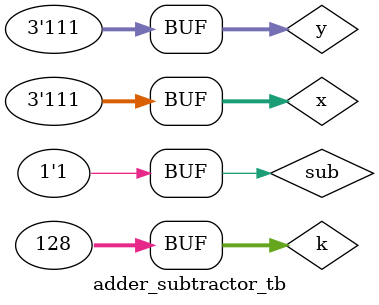
<source format=v>
/* Construiti un modul Full Adder Cell (FAC). */
module FAC(input x, y, c_in, output  z, c_out);
  
   assign {c_out, z} = x + y + c_in;  
  
endmodule

/* Folosindu-va de module FAC, proiectati un sumator-scazator (adder_subtractor) cu w biti . */
module adder_subtractor #(parameter w=8)(input[w-1:0] x, y, input sub, output[w-1:0] z);
	wire[w-1:0] c;
	generate
	genvar j;
	for(j=0;j<w;j=j+1) begin: vect
			if(j==0)
			begin
				FAC f(.x(x[0]),.y(y[0]^sub + 1&sub),.z(z[0]),.c_in(1'b0),.c_out(c[j]));
			end
			else
			begin
				FAC f(.x(x[j]),.y(y[j]^sub+ 1&sub),.z(z[j]),.c_in(c[j-1]),.c_out(c[j]));
			end
	end
	endgenerate
endmodule

module adder_subtractor_tb;
    
    reg[2:0] x, y;
    reg sub;
    wire[2:0] z;

    adder_subtractor #(.w(3)) uut (.x(x), .y(y), .sub(sub), .z(z));

    integer k;
    initial begin
        $display("sub\tx\ty\t\tz");
        $monitor("%b\t%d\t%d\t\t%d", sub, x, y, z);
        for(k=0; k < 128; k = k + 1) begin
            {sub, x, y} = k;
            #10;
        end
    end
endmodule

</source>
